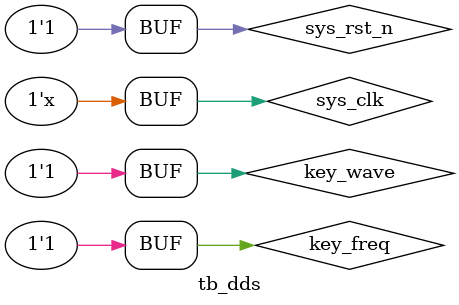
<source format=v>
`timescale 1ns / 1ps        //仿真单位/仿真精度

module tb_dds();

//parameter define
parameter  CLK_PERIOD = 20; //时钟周期 20ns

//defparam  define
defparam u_dds.CNT_MAX=5;

//reg define
reg     sys_clk;
reg     sys_rst_n;
reg     key_wave;
reg     key_freq;

//信号初始化
initial begin
    sys_clk = 1'b0;
    sys_rst_n = 1'b0;
    key_wave = 1'b1;
    key_freq = 1'b1;
    #20000
    sys_rst_n = 1'b1;

    //改变波形频率
    #10
    key_freq = 1'b0;
    #120000
    key_freq = 1'b1;
    #200
    key_freq = 1'b0;
    #120000
    key_freq = 1'b1;
    #200
    key_freq = 1'b0;
    #120000
    key_freq = 1'b1;
    #200
    key_freq = 1'b0;
    #120000
    key_freq = 1'b1;
        //改变波形种类
    #50000
    key_wave = 1'b0;
    #120000
    key_wave = 1'b1;
    #200
    key_wave = 1'b0;
    #120000
    key_wave = 1'b1;
    #200
    key_wave = 1'b0;
    #120000
    key_wave = 1'b1;
    #200
    key_wave = 1'b0;
    #120000
    key_wave = 1'b1;
end

//产生时钟
always #(CLK_PERIOD/2) sys_clk = ~sys_clk;

dds u_dds(
    .sys_clk     (sys_clk   ),
    .sys_rst_n   (sys_rst_n ),
    .key_wave    (key_wave  ),
    .key_freq    (key_freq  ),
    .da_clk      (),
    .da_data     (),
    .ad_data     (),
    .ad_otr      (),
    .ad_clk      ()
    );

endmodule

</source>
